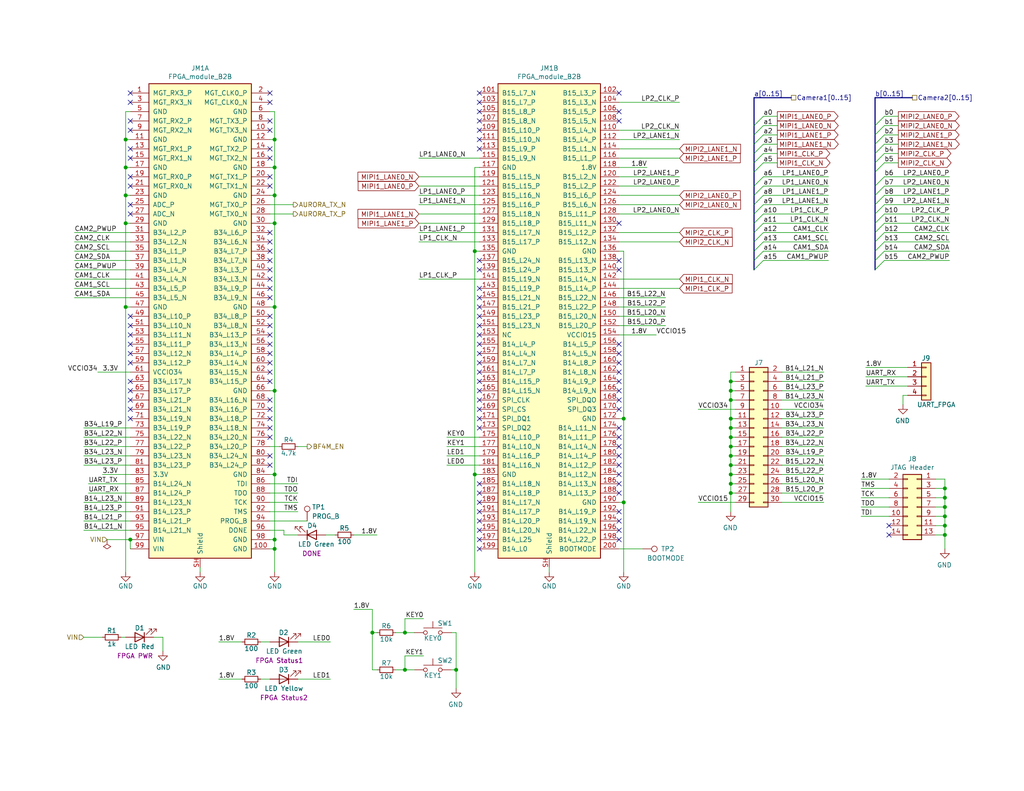
<source format=kicad_sch>
(kicad_sch (version 20211123) (generator eeschema)
  (paper "USLetter")
  (title_block (title "FPGA B2B connectors") (date "2021-05-13") (rev "1.0"))
  (junction (at 199.39 104.14))
  (junction (at 199.39 116.84))
  (junction (at 199.39 106.68))
  (junction (at 199.39 124.46))
  (junction (at 74.93 129.54))
  (junction (at 74.93 60.96))
  (junction (at 101.6 172.72))
  (junction (at 257.81 133.35))
  (junction (at 129.54 129.54))
  (junction (at 199.39 119.38))
  (junction (at 74.93 149.86))
  (junction (at 74.93 83.82))
  (junction (at 199.39 134.62))
  (junction (at 170.18 137.16))
  (junction (at 110.49 172.72))
  (junction (at 170.18 114.3))
  (junction (at 34.29 38.1))
  (junction (at 199.39 114.3))
  (junction (at 74.93 147.32))
  (junction (at 129.54 68.58))
  (junction (at 74.93 53.34))
  (junction (at 199.39 132.08))
  (junction (at 199.39 109.22))
  (junction (at 34.29 45.72))
  (junction (at 257.81 143.51))
  (junction (at 199.39 121.92))
  (junction (at 74.93 45.72))
  (junction (at 74.93 106.68))
  (junction (at 34.29 60.96))
  (junction (at 74.93 38.1))
  (junction (at 124.46 182.88))
  (junction (at 34.29 83.82))
  (junction (at 35.56 147.32))
  (junction (at 257.81 146.05))
  (junction (at 34.29 53.34))
  (junction (at 199.39 129.54))
  (junction (at 110.49 182.88))
  (junction (at 257.81 138.43))
  (junction (at 257.81 135.89))
  (junction (at 257.81 140.97))
  (junction (at 199.39 127))
  (no_connect (at 168.91 124.46))
  (no_connect (at 73.66 93.98))
  (no_connect (at 35.56 43.18))
  (no_connect (at 35.56 86.36))
  (no_connect (at 168.91 139.7))
  (no_connect (at 130.81 38.1))
  (no_connect (at 130.81 101.6))
  (no_connect (at 130.81 139.7))
  (no_connect (at 35.56 106.68))
  (no_connect (at 35.56 35.56))
  (no_connect (at 168.91 129.54))
  (no_connect (at 130.81 99.06))
  (no_connect (at 73.66 25.4))
  (no_connect (at 168.91 73.66))
  (no_connect (at 73.66 33.02))
  (no_connect (at 168.91 109.22))
  (no_connect (at 73.66 111.76))
  (no_connect (at 73.66 101.6))
  (no_connect (at 73.66 81.28))
  (no_connect (at 168.91 127))
  (no_connect (at 130.81 83.82))
  (no_connect (at 168.91 71.12))
  (no_connect (at 168.91 106.68))
  (no_connect (at 35.56 91.44))
  (no_connect (at 73.66 78.74))
  (no_connect (at 73.66 48.26))
  (no_connect (at 35.56 109.22))
  (no_connect (at 130.81 109.22))
  (no_connect (at 242.57 146.05))
  (no_connect (at 35.56 93.98))
  (no_connect (at 35.56 50.8))
  (no_connect (at 73.66 109.22))
  (no_connect (at 130.81 86.36))
  (no_connect (at 168.91 25.4))
  (no_connect (at 168.91 116.84))
  (no_connect (at 73.66 35.56))
  (no_connect (at 35.56 96.52))
  (no_connect (at 35.56 27.94))
  (no_connect (at 130.81 106.68))
  (no_connect (at 73.66 73.66))
  (no_connect (at 130.81 27.94))
  (no_connect (at 73.66 88.9))
  (no_connect (at 168.91 147.32))
  (no_connect (at 73.66 114.3))
  (no_connect (at 130.81 25.4))
  (no_connect (at 130.81 71.12))
  (no_connect (at 130.81 149.86))
  (no_connect (at 130.81 132.08))
  (no_connect (at 242.57 143.51))
  (no_connect (at 130.81 30.48))
  (no_connect (at 73.66 124.46))
  (no_connect (at 35.56 48.26))
  (no_connect (at 130.81 134.62))
  (no_connect (at 168.91 96.52))
  (no_connect (at 168.91 119.38))
  (no_connect (at 35.56 25.4))
  (no_connect (at 35.56 104.14))
  (no_connect (at 168.91 144.78))
  (no_connect (at 35.56 114.3))
  (no_connect (at 168.91 93.98))
  (no_connect (at 73.66 91.44))
  (no_connect (at 73.66 50.8))
  (no_connect (at 168.91 134.62))
  (no_connect (at 130.81 88.9))
  (no_connect (at 130.81 111.76))
  (no_connect (at 73.66 66.04))
  (no_connect (at 130.81 78.74))
  (no_connect (at 73.66 96.52))
  (no_connect (at 168.91 33.02))
  (no_connect (at 35.56 111.76))
  (no_connect (at 130.81 116.84))
  (no_connect (at 168.91 121.92))
  (no_connect (at 73.66 86.36))
  (no_connect (at 168.91 101.6))
  (no_connect (at 35.56 88.9))
  (no_connect (at 168.91 142.24))
  (no_connect (at 130.81 73.66))
  (no_connect (at 168.91 60.96))
  (no_connect (at 130.81 35.56))
  (no_connect (at 73.66 116.84))
  (no_connect (at 130.81 114.3))
  (no_connect (at 130.81 91.44))
  (no_connect (at 73.66 71.12))
  (no_connect (at 35.56 58.42))
  (no_connect (at 130.81 33.02))
  (no_connect (at 73.66 99.06))
  (no_connect (at 35.56 33.02))
  (no_connect (at 130.81 96.52))
  (no_connect (at 35.56 40.64))
  (no_connect (at 130.81 142.24))
  (no_connect (at 130.81 144.78))
  (no_connect (at 168.91 104.14))
  (no_connect (at 130.81 104.14))
  (no_connect (at 73.66 43.18))
  (no_connect (at 168.91 111.76))
  (no_connect (at 73.66 40.64))
  (no_connect (at 73.66 104.14))
  (no_connect (at 73.66 27.94))
  (no_connect (at 168.91 99.06))
  (no_connect (at 73.66 63.5))
  (no_connect (at 130.81 40.64))
  (no_connect (at 73.66 68.58))
  (no_connect (at 35.56 99.06))
  (no_connect (at 130.81 93.98))
  (no_connect (at 35.56 55.88))
  (no_connect (at 73.66 119.38))
  (no_connect (at 73.66 76.2))
  (no_connect (at 168.91 132.08))
  (no_connect (at 168.91 30.48))
  (no_connect (at 130.81 137.16))
  (no_connect (at 73.66 127))
  (no_connect (at 130.81 81.28))
  (no_connect (at 130.81 147.32))
  (bus_entry (at 208.28 55.88) (size -2.54 2.54))
  (bus_entry (at 241.3 34.29) (size -2.54 2.54))
  (bus_entry (at 208.28 60.96) (size -2.54 2.54))
  (bus_entry (at 241.3 58.42) (size -2.54 2.54))
  (bus_entry (at 241.3 48.26) (size -2.54 2.54))
  (bus_entry (at 208.28 50.8) (size -2.54 2.54))
  (bus_entry (at 208.28 48.26) (size -2.54 2.54))
  (bus_entry (at 208.28 68.58) (size -2.54 2.54))
  (bus_entry (at 241.3 41.91) (size -2.54 2.54))
  (bus_entry (at 241.3 71.12) (size -2.54 2.54))
  (bus_entry (at 208.28 34.29) (size -2.54 2.54))
  (bus_entry (at 241.3 39.37) (size -2.54 2.54))
  (bus_entry (at 208.28 66.04) (size -2.54 2.54))
  (bus_entry (at 241.3 63.5) (size -2.54 2.54))
  (bus_entry (at 241.3 44.45) (size -2.54 2.54))
  (bus_entry (at 208.28 41.91) (size -2.54 2.54))
  (bus_entry (at 208.28 53.34) (size -2.54 2.54))
  (bus_entry (at 241.3 55.88) (size -2.54 2.54))
  (bus_entry (at 241.3 66.04) (size -2.54 2.54))
  (bus_entry (at 208.28 36.83) (size -2.54 2.54))
  (bus_entry (at 241.3 50.8) (size -2.54 2.54))
  (bus_entry (at 208.28 63.5) (size -2.54 2.54))
  (bus_entry (at 208.28 44.45) (size -2.54 2.54))
  (bus_entry (at 241.3 68.58) (size -2.54 2.54))
  (bus_entry (at 241.3 53.34) (size -2.54 2.54))
  (bus_entry (at 208.28 31.75) (size -2.54 2.54))
  (bus_entry (at 241.3 36.83) (size -2.54 2.54))
  (bus_entry (at 241.3 31.75) (size -2.54 2.54))
  (bus_entry (at 208.28 71.12) (size -2.54 2.54))
  (bus_entry (at 208.28 58.42) (size -2.54 2.54))
  (bus_entry (at 208.28 39.37) (size -2.54 2.54))
  (bus_entry (at 241.3 60.96) (size -2.54 2.54))
  (wire (pts (xy 35.56 66.04) (xy 20.32 66.04)))
  (wire (pts (xy 114.3 50.8) (xy 130.81 50.8)))
  (wire (pts (xy 170.18 137.16) (xy 170.18 156.21)))
  (wire (pts (xy 255.27 133.35) (xy 257.81 133.35)))
  (wire (pts (xy 34.29 60.96) (xy 34.29 53.34)))
  (wire (pts (xy 129.54 68.58) (xy 130.81 68.58)))
  (wire (pts (xy 22.86 144.78) (xy 35.56 144.78)))
  (wire (pts (xy 22.86 142.24) (xy 35.56 142.24)))
  (wire (pts (xy 130.81 76.2) (xy 114.3 76.2)))
  (wire (pts (xy 59.69 185.42) (xy 66.04 185.42)))
  (wire (pts (xy 190.5 111.76) (xy 200.66 111.76)))
  (bus (pts (xy 205.74 39.37) (xy 205.74 41.91)))
  (wire (pts (xy 241.3 34.29) (xy 245.11 34.29)))
  (wire (pts (xy 73.66 134.62) (xy 81.28 134.62)))
  (wire (pts (xy 257.81 146.05) (xy 257.81 143.51)))
  (bus (pts (xy 205.74 55.88) (xy 205.74 58.42)))
  (wire (pts (xy 101.6 172.72) (xy 101.6 182.88)))
  (wire (pts (xy 170.18 68.58) (xy 170.18 114.3)))
  (wire (pts (xy 208.28 41.91) (xy 212.09 41.91)))
  (bus (pts (xy 238.76 53.34) (xy 238.76 55.88)))
  (wire (pts (xy 88.9 146.05) (xy 91.44 146.05)))
  (wire (pts (xy 234.95 140.97) (xy 242.57 140.97)))
  (wire (pts (xy 73.66 142.24) (xy 83.82 142.24)))
  (bus (pts (xy 238.76 46.99) (xy 238.76 50.8)))
  (wire (pts (xy 241.3 53.34) (xy 259.08 53.34)))
  (wire (pts (xy 107.95 172.72) (xy 110.49 172.72)))
  (wire (pts (xy 234.95 130.81) (xy 242.57 130.81)))
  (wire (pts (xy 34.29 30.48) (xy 35.56 30.48)))
  (wire (pts (xy 208.28 39.37) (xy 212.09 39.37)))
  (bus (pts (xy 205.74 66.04) (xy 205.74 68.58)))
  (wire (pts (xy 168.91 45.72) (xy 176.53 45.72)))
  (wire (pts (xy 224.79 134.62) (xy 213.36 134.62)))
  (wire (pts (xy 110.49 172.72) (xy 113.03 172.72)))
  (wire (pts (xy 110.49 182.88) (xy 113.03 182.88)))
  (wire (pts (xy 107.95 182.88) (xy 110.49 182.88)))
  (wire (pts (xy 81.28 185.42) (xy 90.17 185.42)))
  (wire (pts (xy 212.09 31.75) (xy 208.28 31.75)))
  (wire (pts (xy 168.91 114.3) (xy 170.18 114.3)))
  (wire (pts (xy 224.79 132.08) (xy 213.36 132.08)))
  (bus (pts (xy 238.76 44.45) (xy 238.76 46.99)))
  (wire (pts (xy 257.81 149.86) (xy 257.81 146.05)))
  (wire (pts (xy 129.54 45.72) (xy 129.54 68.58)))
  (wire (pts (xy 257.81 135.89) (xy 257.81 133.35)))
  (wire (pts (xy 110.49 179.07) (xy 110.49 182.88)))
  (wire (pts (xy 73.66 132.08) (xy 81.28 132.08)))
  (wire (pts (xy 114.3 48.26) (xy 130.81 48.26)))
  (wire (pts (xy 74.93 38.1) (xy 74.93 30.48)))
  (wire (pts (xy 29.21 147.32) (xy 35.56 147.32)))
  (wire (pts (xy 199.39 132.08) (xy 199.39 129.54)))
  (wire (pts (xy 208.28 71.12) (xy 226.06 71.12)))
  (wire (pts (xy 200.66 114.3) (xy 199.39 114.3)))
  (wire (pts (xy 101.6 166.37) (xy 101.6 172.72)))
  (wire (pts (xy 168.91 55.88) (xy 185.42 55.88)))
  (wire (pts (xy 224.79 111.76) (xy 213.36 111.76)))
  (wire (pts (xy 247.65 100.33) (xy 236.22 100.33)))
  (wire (pts (xy 199.39 127) (xy 199.39 129.54)))
  (wire (pts (xy 241.3 44.45) (xy 245.11 44.45)))
  (wire (pts (xy 255.27 138.43) (xy 257.81 138.43)))
  (wire (pts (xy 101.6 172.72) (xy 102.87 172.72)))
  (wire (pts (xy 241.3 60.96) (xy 259.08 60.96)))
  (wire (pts (xy 101.6 182.88) (xy 102.87 182.88)))
  (wire (pts (xy 168.91 50.8) (xy 185.42 50.8)))
  (wire (pts (xy 76.2 121.92) (xy 73.66 121.92)))
  (wire (pts (xy 199.39 109.22) (xy 199.39 106.68)))
  (wire (pts (xy 59.69 175.26) (xy 66.04 175.26)))
  (wire (pts (xy 74.93 30.48) (xy 73.66 30.48)))
  (wire (pts (xy 74.93 147.32) (xy 74.93 129.54)))
  (wire (pts (xy 81.28 175.26) (xy 90.17 175.26)))
  (wire (pts (xy 208.28 50.8) (xy 226.06 50.8)))
  (wire (pts (xy 224.79 127) (xy 213.36 127)))
  (wire (pts (xy 121.92 124.46) (xy 130.81 124.46)))
  (wire (pts (xy 208.28 66.04) (xy 226.06 66.04)))
  (wire (pts (xy 115.57 179.07) (xy 110.49 179.07)))
  (wire (pts (xy 129.54 129.54) (xy 129.54 156.21)))
  (wire (pts (xy 35.56 68.58) (xy 20.32 68.58)))
  (wire (pts (xy 168.91 66.04) (xy 185.42 66.04)))
  (wire (pts (xy 168.91 68.58) (xy 170.18 68.58)))
  (wire (pts (xy 27.94 129.54) (xy 35.56 129.54)))
  (wire (pts (xy 24.13 132.08) (xy 35.56 132.08)))
  (wire (pts (xy 34.29 53.34) (xy 34.29 45.72)))
  (bus (pts (xy 205.74 46.99) (xy 205.74 50.8)))
  (wire (pts (xy 129.54 129.54) (xy 129.54 68.58)))
  (wire (pts (xy 224.79 109.22) (xy 213.36 109.22)))
  (wire (pts (xy 199.39 134.62) (xy 199.39 139.7)))
  (wire (pts (xy 168.91 35.56) (xy 185.42 35.56)))
  (bus (pts (xy 205.74 26.67) (xy 205.74 34.29)))
  (wire (pts (xy 241.3 41.91) (xy 245.11 41.91)))
  (wire (pts (xy 34.29 45.72) (xy 34.29 38.1)))
  (wire (pts (xy 34.29 38.1) (xy 35.56 38.1)))
  (wire (pts (xy 181.61 86.36) (xy 168.91 86.36)))
  (wire (pts (xy 22.86 127) (xy 35.56 127)))
  (wire (pts (xy 241.3 58.42) (xy 259.08 58.42)))
  (wire (pts (xy 185.42 27.94) (xy 168.91 27.94)))
  (wire (pts (xy 74.93 147.32) (xy 73.66 147.32)))
  (wire (pts (xy 241.3 39.37) (xy 245.11 39.37)))
  (wire (pts (xy 200.66 132.08) (xy 199.39 132.08)))
  (wire (pts (xy 149.86 156.21) (xy 149.86 154.94)))
  (wire (pts (xy 168.91 137.16) (xy 170.18 137.16)))
  (wire (pts (xy 241.3 66.04) (xy 259.08 66.04)))
  (wire (pts (xy 246.38 107.95) (xy 247.65 107.95)))
  (wire (pts (xy 257.81 140.97) (xy 257.81 138.43)))
  (bus (pts (xy 205.74 44.45) (xy 205.74 46.99)))
  (wire (pts (xy 168.91 63.5) (xy 185.42 63.5)))
  (wire (pts (xy 114.3 55.88) (xy 130.81 55.88)))
  (bus (pts (xy 238.76 34.29) (xy 238.76 36.83)))
  (wire (pts (xy 124.46 182.88) (xy 124.46 172.72)))
  (wire (pts (xy 208.28 58.42) (xy 226.06 58.42)))
  (wire (pts (xy 168.91 149.86) (xy 175.26 149.86)))
  (wire (pts (xy 257.81 133.35) (xy 257.81 130.81)))
  (wire (pts (xy 35.56 149.86) (xy 35.56 147.32)))
  (bus (pts (xy 238.76 55.88) (xy 238.76 58.42)))
  (wire (pts (xy 22.86 139.7) (xy 35.56 139.7)))
  (bus (pts (xy 238.76 36.83) (xy 238.76 39.37)))
  (wire (pts (xy 208.28 48.26) (xy 226.06 48.26)))
  (wire (pts (xy 234.95 133.35) (xy 242.57 133.35)))
  (wire (pts (xy 44.45 177.8) (xy 44.45 173.99)))
  (wire (pts (xy 199.39 116.84) (xy 199.39 114.3)))
  (wire (pts (xy 20.32 76.2) (xy 35.56 76.2)))
  (wire (pts (xy 34.29 53.34) (xy 35.56 53.34)))
  (wire (pts (xy 74.93 83.82) (xy 73.66 83.82)))
  (wire (pts (xy 124.46 187.96) (xy 124.46 182.88)))
  (wire (pts (xy 114.3 43.18) (xy 130.81 43.18)))
  (wire (pts (xy 200.66 127) (xy 199.39 127)))
  (wire (pts (xy 168.91 91.44) (xy 179.07 91.44)))
  (wire (pts (xy 73.66 55.88) (xy 80.01 55.88)))
  (wire (pts (xy 74.93 53.34) (xy 73.66 53.34)))
  (bus (pts (xy 205.74 71.12) (xy 205.74 73.66)))
  (wire (pts (xy 224.79 121.92) (xy 213.36 121.92)))
  (wire (pts (xy 73.66 144.78) (xy 77.47 144.78)))
  (wire (pts (xy 22.86 124.46) (xy 35.56 124.46)))
  (wire (pts (xy 123.19 172.72) (xy 124.46 172.72)))
  (wire (pts (xy 73.66 137.16) (xy 81.28 137.16)))
  (wire (pts (xy 181.61 88.9) (xy 168.91 88.9)))
  (wire (pts (xy 168.91 40.64) (xy 185.42 40.64)))
  (bus (pts (xy 205.74 41.91) (xy 205.74 44.45)))
  (wire (pts (xy 255.27 143.51) (xy 257.81 143.51)))
  (wire (pts (xy 241.3 55.88) (xy 259.08 55.88)))
  (wire (pts (xy 200.66 121.92) (xy 199.39 121.92)))
  (wire (pts (xy 199.39 109.22) (xy 199.39 114.3)))
  (wire (pts (xy 96.52 166.37) (xy 101.6 166.37)))
  (wire (pts (xy 35.56 134.62) (xy 24.13 134.62)))
  (wire (pts (xy 73.66 149.86) (xy 74.93 149.86)))
  (wire (pts (xy 257.81 130.81) (xy 255.27 130.81)))
  (bus (pts (xy 205.74 34.29) (xy 205.74 36.83)))
  (wire (pts (xy 74.93 45.72) (xy 74.93 38.1)))
  (wire (pts (xy 74.93 38.1) (xy 73.66 38.1)))
  (wire (pts (xy 129.54 129.54) (xy 130.81 129.54)))
  (wire (pts (xy 35.56 71.12) (xy 20.32 71.12)))
  (wire (pts (xy 199.39 106.68) (xy 199.39 104.14)))
  (wire (pts (xy 224.79 129.54) (xy 213.36 129.54)))
  (wire (pts (xy 241.3 36.83) (xy 245.11 36.83)))
  (wire (pts (xy 199.39 104.14) (xy 199.39 101.6)))
  (wire (pts (xy 241.3 50.8) (xy 259.08 50.8)))
  (wire (pts (xy 208.28 44.45) (xy 212.09 44.45)))
  (wire (pts (xy 74.93 60.96) (xy 73.66 60.96)))
  (wire (pts (xy 34.29 173.99) (xy 33.02 173.99)))
  (wire (pts (xy 224.79 116.84) (xy 213.36 116.84)))
  (wire (pts (xy 20.32 78.74) (xy 35.56 78.74)))
  (wire (pts (xy 114.3 53.34) (xy 130.81 53.34)))
  (wire (pts (xy 236.22 102.87) (xy 247.65 102.87)))
  (wire (pts (xy 73.66 139.7) (xy 81.28 139.7)))
  (wire (pts (xy 200.66 106.68) (xy 199.39 106.68)))
  (wire (pts (xy 110.49 168.91) (xy 110.49 172.72)))
  (wire (pts (xy 71.12 185.42) (xy 73.66 185.42)))
  (wire (pts (xy 121.92 127) (xy 130.81 127)))
  (wire (pts (xy 129.54 45.72) (xy 130.81 45.72)))
  (wire (pts (xy 74.93 129.54) (xy 74.93 106.68)))
  (wire (pts (xy 200.66 134.62) (xy 199.39 134.62)))
  (wire (pts (xy 200.66 116.84) (xy 199.39 116.84)))
  (wire (pts (xy 130.81 121.92) (xy 121.92 121.92)))
  (wire (pts (xy 199.39 124.46) (xy 199.39 121.92)))
  (wire (pts (xy 224.79 119.38) (xy 213.36 119.38)))
  (wire (pts (xy 20.32 81.28) (xy 35.56 81.28)))
  (bus (pts (xy 238.76 58.42) (xy 238.76 60.96)))
  (bus (pts (xy 205.74 36.83) (xy 205.74 39.37)))
  (wire (pts (xy 74.93 106.68) (xy 74.93 83.82)))
  (wire (pts (xy 255.27 135.89) (xy 257.81 135.89)))
  (wire (pts (xy 170.18 114.3) (xy 170.18 137.16)))
  (wire (pts (xy 71.12 175.26) (xy 73.66 175.26)))
  (wire (pts (xy 35.56 63.5) (xy 20.32 63.5)))
  (wire (pts (xy 199.39 101.6) (xy 200.66 101.6)))
  (bus (pts (xy 238.76 26.67) (xy 238.76 34.29)))
  (wire (pts (xy 34.29 83.82) (xy 34.29 60.96)))
  (wire (pts (xy 257.81 143.51) (xy 257.81 140.97)))
  (wire (pts (xy 241.3 31.75) (xy 245.11 31.75)))
  (wire (pts (xy 168.91 43.18) (xy 185.42 43.18)))
  (wire (pts (xy 73.66 58.42) (xy 80.01 58.42)))
  (bus (pts (xy 205.74 60.96) (xy 205.74 63.5)))
  (wire (pts (xy 114.3 66.04) (xy 130.81 66.04)))
  (bus (pts (xy 205.74 50.8) (xy 205.74 53.34)))
  (bus (pts (xy 238.76 66.04) (xy 238.76 68.58)))
  (bus (pts (xy 238.76 71.12) (xy 238.76 73.66)))
  (bus (pts (xy 238.76 50.8) (xy 238.76 53.34)))
  (wire (pts (xy 208.28 53.34) (xy 226.06 53.34)))
  (wire (pts (xy 22.86 173.99) (xy 27.94 173.99)))
  (wire (pts (xy 224.79 106.68) (xy 213.36 106.68)))
  (wire (pts (xy 200.66 119.38) (xy 199.39 119.38)))
  (bus (pts (xy 238.76 60.96) (xy 238.76 63.5)))
  (wire (pts (xy 22.86 121.92) (xy 35.56 121.92)))
  (wire (pts (xy 74.93 156.21) (xy 74.93 149.86)))
  (wire (pts (xy 241.3 63.5) (xy 259.08 63.5)))
  (wire (pts (xy 34.29 60.96) (xy 35.56 60.96)))
  (wire (pts (xy 199.39 124.46) (xy 199.39 127)))
  (wire (pts (xy 246.38 110.49) (xy 246.38 107.95)))
  (wire (pts (xy 224.79 101.6) (xy 213.36 101.6)))
  (wire (pts (xy 73.66 106.68) (xy 74.93 106.68)))
  (wire (pts (xy 199.39 134.62) (xy 199.39 132.08)))
  (wire (pts (xy 199.39 121.92) (xy 199.39 119.38)))
  (wire (pts (xy 241.3 71.12) (xy 259.08 71.12)))
  (wire (pts (xy 224.79 114.3) (xy 213.36 114.3)))
  (wire (pts (xy 34.29 38.1) (xy 34.29 30.48)))
  (wire (pts (xy 115.57 168.91) (xy 110.49 168.91)))
  (wire (pts (xy 208.28 60.96) (xy 226.06 60.96)))
  (wire (pts (xy 114.3 60.96) (xy 130.81 60.96)))
  (wire (pts (xy 168.91 58.42) (xy 185.42 58.42)))
  (wire (pts (xy 168.91 38.1) (xy 185.42 38.1)))
  (wire (pts (xy 199.39 119.38) (xy 199.39 116.84)))
  (bus (pts (xy 205.74 53.34) (xy 205.74 55.88)))
  (wire (pts (xy 22.86 119.38) (xy 35.56 119.38)))
  (wire (pts (xy 74.93 83.82) (xy 74.93 60.96)))
  (wire (pts (xy 35.56 83.82) (xy 34.29 83.82)))
  (wire (pts (xy 208.28 36.83) (xy 212.09 36.83)))
  (wire (pts (xy 77.47 144.78) (xy 77.47 146.05)))
  (wire (pts (xy 208.28 63.5) (xy 226.06 63.5)))
  (wire (pts (xy 168.91 48.26) (xy 185.42 48.26)))
  (wire (pts (xy 74.93 149.86) (xy 74.93 147.32)))
  (wire (pts (xy 114.3 58.42) (xy 130.81 58.42)))
  (wire (pts (xy 234.95 135.89) (xy 242.57 135.89)))
  (wire (pts (xy 185.42 78.74) (xy 168.91 78.74)))
  (wire (pts (xy 123.19 182.88) (xy 124.46 182.88)))
  (wire (pts (xy 181.61 83.82) (xy 168.91 83.82)))
  (wire (pts (xy 200.66 124.46) (xy 199.39 124.46)))
  (wire (pts (xy 77.47 146.05) (xy 81.28 146.05)))
  (bus (pts (xy 238.76 41.91) (xy 238.76 44.45)))
  (wire (pts (xy 22.86 116.84) (xy 35.56 116.84)))
  (wire (pts (xy 74.93 129.54) (xy 73.66 129.54)))
  (bus (pts (xy 205.74 58.42) (xy 205.74 60.96)))
  (bus (pts (xy 205.74 68.58) (xy 205.74 71.12)))
  (bus (pts (xy 238.76 26.67) (xy 248.92 26.67)))
  (wire (pts (xy 74.93 53.34) (xy 74.93 45.72)))
  (wire (pts (xy 181.61 81.28) (xy 168.91 81.28)))
  (wire (pts (xy 208.28 68.58) (xy 226.06 68.58)))
  (bus (pts (xy 238.76 39.37) (xy 238.76 41.91)))
  (wire (pts (xy 257.81 138.43) (xy 257.81 135.89)))
  (wire (pts (xy 185.42 76.2) (xy 168.91 76.2)))
  (wire (pts (xy 255.27 140.97) (xy 257.81 140.97)))
  (wire (pts (xy 224.79 124.46) (xy 213.36 124.46)))
  (wire (pts (xy 208.28 55.88) (xy 226.06 55.88)))
  (wire (pts (xy 168.91 53.34) (xy 185.42 53.34)))
  (bus (pts (xy 205.74 63.5) (xy 205.74 66.04)))
  (wire (pts (xy 26.67 101.6) (xy 35.56 101.6)))
  (wire (pts (xy 130.81 119.38) (xy 121.92 119.38)))
  (wire (pts (xy 224.79 137.16) (xy 213.36 137.16)))
  (wire (pts (xy 224.79 104.14) (xy 213.36 104.14)))
  (wire (pts (xy 44.45 173.99) (xy 41.91 173.99)))
  (wire (pts (xy 22.86 137.16) (xy 35.56 137.16)))
  (wire (pts (xy 190.5 137.16) (xy 200.66 137.16)))
  (wire (pts (xy 241.3 48.26) (xy 259.08 48.26)))
  (wire (pts (xy 247.65 105.41) (xy 236.22 105.41)))
  (wire (pts (xy 200.66 109.22) (xy 199.39 109.22)))
  (wire (pts (xy 74.93 45.72) (xy 73.66 45.72)))
  (bus (pts (xy 205.74 26.67) (xy 215.9 26.67)))
  (wire (pts (xy 81.28 121.92) (xy 83.82 121.92)))
  (wire (pts (xy 102.87 146.05) (xy 96.52 146.05)))
  (wire (pts (xy 34.29 45.72) (xy 35.56 45.72)))
  (bus (pts (xy 238.76 63.5) (xy 238.76 66.04)))
  (wire (pts (xy 34.29 156.21) (xy 34.29 83.82)))
  (bus (pts (xy 238.76 68.58) (xy 238.76 71.12)))
  (wire (pts (xy 200.66 129.54) (xy 199.39 129.54)))
  (wire (pts (xy 74.93 60.96) (xy 74.93 53.34)))
  (wire (pts (xy 54.61 156.21) (xy 54.61 154.94)))
  (wire (pts (xy 20.32 73.66) (xy 35.56 73.66)))
  (wire (pts (xy 200.66 104.14) (xy 199.39 104.14)))
  (wire (pts (xy 208.28 34.29) (xy 212.09 34.29)))
  (wire (pts (xy 234.95 138.43) (xy 242.57 138.43)))
  (wire (pts (xy 241.3 68.58) (xy 259.08 68.58)))
  (wire (pts (xy 255.27 146.05) (xy 257.81 146.05)))
  (wire (pts (xy 114.3 63.5) (xy 130.81 63.5)))
  (label "a9" (at 208.28 55.88 0))
  (label "B14_L23_P" (at 22.86 139.7 0))
  (label "CAM2_PWUP" (at 20.32 63.5 0))
  (label "LP2_LANE1_N" (at 259.08 55.88 180))
  (label "LED0" (at 90.17 175.26 180))
  (label "LP1_CLK_P" (at 114.3 76.2 0))
  (label "LP1_CLK_N" (at 114.3 66.04 0))
  (label "CAM1_PWUP" (at 20.32 73.66 0))
  (label "a7" (at 208.28 50.8 0))
  (label "1.8V" (at 234.95 130.81 0))
  (label "b8" (at 241.3 53.34 0))
  (label "CAM2_CLK" (at 20.32 66.04 0))
  (label "b3" (at 241.3 39.37 0))
  (label "CAM2_SDA" (at 20.32 71.12 0))
  (label "b5" (at 241.3 44.45 0))
  (label "3.3V" (at 27.94 129.54 0))
  (label "B34_L23_P" (at 22.86 127 0))
  (label "a10" (at 208.28 58.42 0))
  (label "CAM2_SDA" (at 259.08 68.58 180))
  (label "a1" (at 208.28 34.29 0))
  (label "a14" (at 208.28 68.58 0))
  (label "TCK" (at 234.95 135.89 0))
  (label "a3" (at 208.28 39.37 0))
  (label "CAM2_PWUP" (at 259.08 71.12 180))
  (label "a0" (at 208.28 31.75 0))
  (label "CAM1_SDA" (at 226.06 68.58 180))
  (label "CAM2_CLK" (at 259.08 63.5 180))
  (label "B15_L22_P" (at 181.61 83.82 180))
  (label "LP2_CLK_P" (at 259.08 58.42 180))
  (label "b2" (at 241.3 36.83 0))
  (label "LED1" (at 90.17 185.42 180))
  (label "1.8V" (at 102.87 146.05 180))
  (label "KEY0" (at 121.92 119.38 0))
  (label "LP1_LANE0_P" (at 114.3 53.34 0))
  (label "a6" (at 208.28 48.26 0))
  (label "TDO" (at 81.28 134.62 180))
  (label "b1" (at 241.3 34.29 0))
  (label "LP2_LANE0_P" (at 185.42 50.8 180))
  (label "1.8V" (at 59.69 185.42 0))
  (label "B34_L23_P" (at 224.79 114.3 180))
  (label "a2" (at 208.28 36.83 0))
  (label "LP1_LANE0_P" (at 226.06 48.26 180))
  (label "a13" (at 208.28 66.04 0))
  (label "B15_L20_P" (at 181.61 88.9 180))
  (label "b11" (at 241.3 60.96 0))
  (label "B34_L23_N" (at 224.79 116.84 180))
  (label "a4" (at 208.28 41.91 0))
  (label "B34_L22_P" (at 224.79 119.38 180))
  (label "UART_TX" (at 24.13 132.08 0))
  (label "LP1_LANE1_N" (at 114.3 55.88 0))
  (label "B15_L22_P" (at 224.79 129.54 180))
  (label "a12" (at 208.28 63.5 0))
  (label "TMS" (at 234.95 133.35 0))
  (label "B15_L22_N" (at 224.79 127 180))
  (label "LP2_LANE1_P" (at 259.08 53.34 180))
  (label "LP1_CLK_N" (at 226.06 60.96 180))
  (label "3.3V" (at 27.94 101.6 0))
  (label "LP2_LANE0_P" (at 259.08 48.26 180))
  (label "CAM2_SCL" (at 259.08 66.04 180))
  (label "b14" (at 241.3 68.58 0))
  (label "B34_L19_P" (at 22.86 116.84 0))
  (label "B14_L23_N" (at 224.79 109.22 180))
  (label "KEY1" (at 115.57 179.07 180))
  (label "B14_L23_N" (at 22.86 137.16 0))
  (label "LP2_CLK_N" (at 185.42 35.56 180))
  (label "1.8V" (at 176.53 91.44 180))
  (label "LP2_CLK_N" (at 259.08 60.96 180))
  (label "B34_L22_P" (at 22.86 121.92 0))
  (label "VCCIO34" (at 26.67 101.6 180))
  (label "b10" (at 241.3 58.42 0))
  (label "KEY0" (at 115.57 168.91 180))
  (label "b4" (at 241.3 41.91 0))
  (label "VCCIO34" (at 224.79 111.76 180))
  (label "a11" (at 208.28 60.96 0))
  (label "LP1_LANE1_P" (at 226.06 53.34 180))
  (label "CAM1_PWUP" (at 226.06 71.12 180))
  (label "CAM2_SCL" (at 20.32 68.58 0))
  (label "B14_L21_N" (at 224.79 101.6 180))
  (label "b12" (at 241.3 63.5 0))
  (label "a15" (at 208.28 71.12 0))
  (label "B34_L22_N" (at 224.79 121.92 180))
  (label "CAM1_CLK" (at 20.32 76.2 0))
  (label "B34_L22_N" (at 22.86 119.38 0))
  (label "a8" (at 208.28 53.34 0))
  (label "B14_L21_N" (at 22.86 144.78 0))
  (label "b13" (at 241.3 66.04 0))
  (label "B14_L21_P" (at 22.86 142.24 0))
  (label "a5" (at 208.28 44.45 0))
  (label "TDI" (at 81.28 132.08 180))
  (label "LP2_CLK_P" (at 185.42 27.94 180))
  (label "b0" (at 241.3 31.75 0))
  (label "LP2_LANE0_N" (at 259.08 50.8 180))
  (label "LP1_LANE0_N" (at 114.3 43.18 0))
  (label "B15_L20_N" (at 181.61 86.36 180))
  (label "TCK" (at 81.28 137.16 180))
  (label "LED1" (at 121.92 124.46 0))
  (label "UART_RX" (at 236.22 102.87 0))
  (label "TMS" (at 81.28 139.7 180))
  (label "1.8V" (at 176.53 45.72 180))
  (label "UART_TX" (at 236.22 105.41 0))
  (label "LP2_LANE1_P" (at 185.42 48.26 180))
  (label "b6" (at 241.3 48.26 0))
  (label "1.8V" (at 59.69 175.26 0))
  (label "VCCIO15" (at 224.79 137.16 180))
  (label "TDO" (at 234.95 138.43 0))
  (label "B34_L23_N" (at 22.86 124.46 0))
  (label "CAM1_CLK" (at 226.06 63.5 180))
  (label "a[0..15]" (at 205.74 26.67 0))
  (label "LP2_LANE0_N" (at 185.42 58.42 180))
  (label "b9" (at 241.3 55.88 0))
  (label "LP2_LANE1_N" (at 185.42 38.1 180))
  (label "B34_L19_P" (at 224.79 124.46 180))
  (label "UART_RX" (at 24.13 134.62 0))
  (label "CAM1_SCL" (at 226.06 66.04 180))
  (label "CAM1_SCL" (at 20.32 78.74 0))
  (label "VCCIO15" (at 190.5 137.16 0))
  (label "VCCIO15" (at 179.07 91.44 0))
  (label "LED0" (at 121.92 127 0))
  (label "b15" (at 241.3 71.12 0))
  (label "VCCIO34" (at 190.5 111.76 0))
  (label "b7" (at 241.3 50.8 0))
  (label "LP1_CLK_P" (at 226.06 58.42 180))
  (label "LP1_LANE1_P" (at 114.3 63.5 0))
  (label "b[0..15]" (at 238.76 26.67 0))
  (label "B15_L20_P" (at 224.79 134.62 180))
  (label "TDI" (at 234.95 140.97 0))
  (label "B14_L23_P" (at 224.79 106.68 180))
  (label "1.8V" (at 96.52 166.37 0))
  (label "B14_L21_P" (at 224.79 104.14 180))
  (label "CAM1_SDA" (at 20.32 81.28 0))
  (label "LP1_LANE0_N" (at 226.06 50.8 180))
  (label "1.8V" (at 236.22 100.33 0))
  (label "B15_L20_N" (at 224.79 132.08 180))
  (label "B15_L22_N" (at 181.61 81.28 180))
  (label "LP1_LANE1_N" (at 226.06 55.88 180))
  (label "KEY1" (at 121.92 121.92 0))
  (global_label "MIPI1_CLK_P" (shape input) (at 185.42 78.74 0) (property "Intersheet References" "${INTERSHEET_REFS}" (effects hide)))
  (global_label "MIPI1_LANE0_N" (shape input) (at 114.3 48.26 180) (property "Intersheet References" "${INTERSHEET_REFS}" (effects hide)))
  (global_label "MIPI2_LANE0_P" (shape input) (at 185.42 53.34 0) (property "Intersheet References" "${INTERSHEET_REFS}" (effects hide)))
  (global_label "MIPI2_LANE0_P" (shape output) (at 245.11 31.75 0) (property "Intersheet References" "${INTERSHEET_REFS}" (effects hide)))
  (global_label "MIPI1_LANE0_N" (shape output) (at 212.09 34.29 0) (property "Intersheet References" "${INTERSHEET_REFS}" (effects hide)))
  (global_label "MIPI1_CLK_P" (shape output) (at 212.09 41.91 0) (property "Intersheet References" "${INTERSHEET_REFS}" (effects hide)))
  (global_label "MIPI2_CLK_P" (shape input) (at 185.42 63.5 0) (property "Intersheet References" "${INTERSHEET_REFS}" (effects hide)))
  (global_label "MIPI2_LANE0_N" (shape output) (at 245.11 34.29 0) (property "Intersheet References" "${INTERSHEET_REFS}" (effects hide)))
  (global_label "MIPI2_CLK_P" (shape output) (at 245.11 41.91 0) (property "Intersheet References" "${INTERSHEET_REFS}" (effects hide)))
  (global_label "MIPI2_LANE1_P" (shape output) (at 245.11 36.83 0) (property "Intersheet References" "${INTERSHEET_REFS}" (effects hide)))
  (global_label "MIPI2_LANE1_P" (shape input) (at 185.42 43.18 0) (property "Intersheet References" "${INTERSHEET_REFS}" (effects hide)))
  (global_label "MIPI2_LANE1_N" (shape input) (at 185.42 40.64 0) (property "Intersheet References" "${INTERSHEET_REFS}" (effects hide)))
  (global_label "MIPI1_CLK_N" (shape input) (at 185.42 76.2 0) (property "Intersheet References" "${INTERSHEET_REFS}" (effects hide)))
  (global_label "MIPI1_LANE1_P" (shape input) (at 114.3 60.96 180) (property "Intersheet References" "${INTERSHEET_REFS}" (effects hide)))
  (global_label "MIPI1_LANE0_P" (shape output) (at 212.09 31.75 0) (property "Intersheet References" "${INTERSHEET_REFS}" (effects hide)))
  (global_label "MIPI2_CLK_N" (shape input) (at 185.42 66.04 0) (property "Intersheet References" "${INTERSHEET_REFS}" (effects hide)))
  (global_label "MIPI1_LANE0_P" (shape input) (at 114.3 50.8 180) (property "Intersheet References" "${INTERSHEET_REFS}" (effects hide)))
  (global_label "MIPI1_CLK_N" (shape output) (at 212.09 44.45 0) (property "Intersheet References" "${INTERSHEET_REFS}" (effects hide)))
  (global_label "MIPI1_LANE1_N" (shape output) (at 212.09 39.37 0) (property "Intersheet References" "${INTERSHEET_REFS}" (effects hide)))
  (global_label "MIPI2_CLK_N" (shape output) (at 245.11 44.45 0) (property "Intersheet References" "${INTERSHEET_REFS}" (effects hide)))
  (global_label "MIPI1_LANE1_N" (shape input) (at 114.3 58.42 180) (property "Intersheet References" "${INTERSHEET_REFS}" (effects hide)))
  (global_label "MIPI2_LANE1_N" (shape output) (at 245.11 39.37 0) (property "Intersheet References" "${INTERSHEET_REFS}" (effects hide)))
  (global_label "MIPI1_LANE1_P" (shape output) (at 212.09 36.83 0) (property "Intersheet References" "${INTERSHEET_REFS}" (effects hide)))
  (global_label "MIPI2_LANE0_N" (shape input) (at 185.42 55.88 0) (property "Intersheet References" "${INTERSHEET_REFS}" (effects hide)))
  (hierarchical_label "VIN" (shape input) (at 29.21 147.32 180))
  (hierarchical_label "AURORA_TX_P" (shape output) (at 80.01 58.42 0))
  (hierarchical_label "BF4M_EN" (shape output) (at 83.82 121.92 0))
  (hierarchical_label "VIN" (shape input) (at 22.86 173.99 180))
  (hierarchical_label "AURORA_TX_N" (shape output) (at 80.01 55.88 0))
  (hierarchical_label "Camera2[0..15]" (shape passive) (at 248.92 26.67 0))
  (hierarchical_label "Camera1[0..15]" (shape passive) (at 215.9 26.67 0))
  (symbol (lib_id "Device:LED") (at 38.1 173.99 180) (unit 1)
    (property "Reference" "D1" (at 38.1 171.45 0))
    (property "Value" "LED Red" (at 38.1 176.53 0))
    (property "Footprint" "LED_SMD:LED_0603_1608Metric_Pad1.05x0.95mm_HandSolder" (effects hide))
    (property "Datasheet" "https://dammedia.osram.info/media/resource/hires/osram-dam-5354151/LS%20M67K_EN.pdf" (effects hide))
    (property "Description" "FPGA PWR" (at 36.83 179.07 0))
    (property "Vendor" "Digikey" (effects hide))
    (property "Vendor Part Number" "475-2510-1-ND" (effects hide))
    (property "URL" "https://www.digikey.com/en/products/detail/osram-opto-semiconductors-inc/LS-M67K-H2L1-1-Z/1227984" (effects hide))
    (property "Price" "$0.34" (effects hide))
  )
  (symbol (lib_id "Device:R_Small") (at 30.48 173.99 270) (unit 1)
    (property "Reference" "R1" (at 30.48 171.45 90) (effects (justify top)))
    (property "Value" "1k" (at 30.48 176.53 90) (effects (justify bottom)))
    (property "Footprint" "Resistor_SMD:R_0603_1608Metric_Pad0.98x0.95mm_HandSolder" (effects hide))
    (property "Vendor" "Digikey" (effects hide))
    (property "Vendor Part Number" "P1.00KHCT-ND" (effects hide))
    (property "URL" "https://www.digikey.com/en/products/detail/panasonic-electronic-components/ERJ-3EKF1001V/196032" (effects hide))
    (property "Price" "$0.1" (effects hide))
  )
  (symbol (lib_id "power:GND") (at 44.45 177.8 0) (unit 1)
    (property "Reference" "#PWR016" (effects hide))
    (property "Value" "GND" (at 44.577 182.1942 0))
  )
  (symbol (lib_id "power:PWR_FLAG") (at 29.21 147.32 180) (unit 1)
    (property "Reference" "#FLG05" (effects hide))
    (property "Value" "PWR_FLAG" (effects hide))
  )
  (symbol (lib_id "power:GND") (at 34.29 156.21 0) (mirror y) (unit 1)
    (property "Reference" "#PWR015" (effects hide))
    (property "Value" "GND" (at 34.29 160.02 0))
  )
  (symbol (lib_id "power:GND") (at 129.54 156.21 0) (mirror y) (unit 1)
    (property "Reference" "#PWR020" (effects hide))
    (property "Value" "GND" (at 129.54 160.02 0))
  )
  (symbol (lib_id "power:GND") (at 170.18 156.21 0) (mirror y) (unit 1)
    (property "Reference" "#PWR022" (effects hide))
    (property "Value" "GND" (at 170.18 160.02 0))
  )
  (symbol (lib_id "power:GND") (at 149.86 156.21 0) (mirror y) (unit 1)
    (property "Reference" "#PWR021" (effects hide))
    (property "Value" "GND" (at 149.86 160.02 0))
  )
  (symbol (lib_id "power:GND") (at 54.61 156.21 0) (mirror y) (unit 1)
    (property "Reference" "#PWR017" (effects hide))
    (property "Value" "GND" (at 54.61 160.02 0))
  )
  (symbol (lib_id "power:GND") (at 199.39 139.7 0) (mirror y) (unit 1)
    (property "Reference" "#PWR023" (effects hide))
    (property "Value" "GND" (at 199.263 144.0942 0))
  )
  (symbol (lib_id "Connector_Generic:Conn_02x15_Odd_Even") (at 205.74 119.38 0) (unit 1)
    (property "Reference" "J7" (at 207.01 99.06 0))
    (property "Value" "Conn_02x15_Odd_Even" (effects hide))
    (property "Footprint" "Connector_PinHeader_1.27mm:PinHeader_2x15_P1.27mm_Vertical_SMD" (effects hide))
  )
  (symbol (lib_id "Connector:TestPoint") (at 175.26 149.86 270) (unit 1)
    (property "Reference" "TP2" (at 180.34 149.86 90) (effects (justify left)))
    (property "Value" "BOOTMODE" (at 176.53 152.4 90) (effects (justify left)))
    (property "Footprint" "TestPoint:TestPoint_Loop_D2.50mm_Drill1.0mm" (effects hide))
  )
  (symbol (lib_id "Switch:SW_Push") (at 118.11 172.72 0) (unit 1)
    (property "Reference" "SW1" (at 119.38 170.18 0) (effects (justify left)))
    (property "Value" "KEY0" (at 118.11 174.244 0))
    (property "Footprint" "ProjectLib:SW_SPST_PTS636" (effects hide))
    (property "Datasheet" "https://www.ckswitches.com/media/2779/pts636.pdf" (effects hide))
    (property "Price" "$0.12" (effects hide))
    (property "URL" "https://www.digikey.com/en/products/detail/c-k/PTS636-SK43-SMTR-LFS/10071724" (effects hide))
    (property "Vendor" "Digikey" (effects hide))
    (property "Vendor Part Number" "CKN12311-1-ND" (effects hide))
  )
  (symbol (lib_id "Switch:SW_Push") (at 118.11 182.88 0) (unit 1)
    (property "Reference" "SW2" (at 119.38 180.34 0) (effects (justify left)))
    (property "Value" "KEY1" (at 118.11 184.404 0))
    (property "Footprint" "ProjectLib:SW_SPST_PTS636" (effects hide))
    (property "Datasheet" "https://www.ckswitches.com/media/2779/pts636.pdf" (effects hide))
    (property "Price" "$0.12" (effects hide))
    (property "URL" "https://www.digikey.com/en/products/detail/c-k/PTS636-SK43-SMTR-LFS/10071724" (effects hide))
    (property "Vendor" "Digikey" (effects hide))
    (property "Vendor Part Number" "CKN12311-1-ND" (effects hide))
  )
  (symbol (lib_id "Device:R_Small") (at 105.41 172.72 270) (unit 1)
    (property "Reference" "R6" (at 105.41 170.18 90) (effects (justify top)))
    (property "Value" "10k" (at 105.41 175.26 90) (effects (justify bottom)))
    (property "Footprint" "Resistor_SMD:R_0603_1608Metric_Pad0.98x0.95mm_HandSolder" (effects hide))
    (property "Vendor" "Digikey" (effects hide))
    (property "Price" "$0.1" (effects hide))
    (property "URL" "https://www.digikey.com/en/products/detail/panasonic-electronic-components/ERJ-3EKF1002V/196066" (effects hide))
    (property "Vendor Part Number" "P10.0KHCT-ND" (effects hide))
  )
  (symbol (lib_id "Device:R_Small") (at 105.41 182.88 270) (unit 1)
    (property "Reference" "R7" (at 105.41 180.34 90) (effects (justify top)))
    (property "Value" "10k" (at 105.41 185.42 90) (effects (justify bottom)))
    (property "Footprint" "Resistor_SMD:R_0603_1608Metric_Pad0.98x0.95mm_HandSolder" (effects hide))
    (property "Vendor" "Digikey" (effects hide))
    (property "Price" "$0.1" (effects hide))
    (property "URL" "https://www.digikey.com/en/products/detail/panasonic-electronic-components/ERJ-3EKF1002V/196066" (effects hide))
    (property "Vendor Part Number" "P10.0KHCT-ND" (effects hide))
  )
  (symbol (lib_id "power:GND") (at 124.46 187.96 0) (mirror y) (unit 1)
    (property "Reference" "#PWR019" (effects hide))
    (property "Value" "GND" (at 124.333 192.3542 0))
  )
  (symbol (lib_id "Connector:TestPoint") (at 83.82 142.24 0) (unit 1)
    (property "Reference" "TP1" (at 85.09 138.43 0) (effects (justify left)))
    (property "Value" "PROG_B" (at 85.09 140.97 0) (effects (justify left)))
    (property "Footprint" "TestPoint:TestPoint_Loop_D2.50mm_Drill1.0mm" (effects hide))
  )
  (symbol (lib_id "Device:R_Small") (at 93.98 146.05 270) (unit 1)
    (property "Reference" "R5" (at 93.98 143.51 90) (effects (justify top)))
    (property "Value" "100" (at 93.98 148.59 90) (effects (justify bottom)))
    (property "Footprint" "Resistor_SMD:R_0603_1608Metric_Pad0.98x0.95mm_HandSolder" (effects hide))
    (property "Vendor" "Digikey" (effects hide))
    (property "Vendor Part Number" "P100HCT-ND" (effects hide))
    (property "URL" "https://www.digikey.com/en/products/detail/panasonic-electronic-components/ERJ-3EKF1000V/196074" (effects hide))
    (property "Price" "$0.1" (effects hide))
  )
  (symbol (lib_id "Device:LED") (at 85.09 146.05 0) (mirror x) (unit 1)
    (property "Reference" "D4" (at 83.82 143.51 0) (effects (justify left)))
    (property "Value" "LED Green" (at 81.28 148.59 0) (effects (justify left)))
    (property "Footprint" "LED_SMD:LED_0603_1608Metric_Pad1.05x0.95mm_HandSolder" (effects hide))
    (property "Description" "DONE" (at 85.09 151.13 0))
    (property "Vendor" "Digikey" (effects hide))
    (property "Vendor Part Number" "475-1406-1-ND" (effects hide))
    (property "URL" "https://www.digikey.com/en/products/detail/osram-opto-semiconductors-inc/LG-M67K-G1J2-24-Z/1227921" (effects hide))
    (property "Price" "$0.37" (effects hide))
  )
  (symbol (lib_id "ProjectLib:FPGA_module_B2B") (at 35.56 25.4 0) (unit 1)
    (property "Reference" "JM1" (at 54.61 18.6182 0))
    (property "Value" "FPGA_module_B2B" (at 54.61 20.9296 0))
    (property "Footprint" "ProjectLib:FPGA_module_B2B" (effects hide))
    (property "Price" "$10.28" (effects hide))
    (property "URL" "https://www.digikey.com/en/products/detail/samtec-inc/LSHM-150-02-5-L-DV-A-S-K-TR/6561602" (effects hide))
    (property "Vendor" "Digikey" (effects hide))
    (property "Vendor Part Number" "SAM14147CT-ND" (effects hide))
  )
  (symbol (lib_id "power:GND") (at 74.93 156.21 0) (mirror y) (unit 1)
    (property "Reference" "#PWR018" (effects hide))
    (property "Value" "GND" (at 74.93 160.02 0))
  )
  (symbol (lib_id "Connector_Generic:Conn_02x07_Odd_Even") (at 250.19 138.43 0) (mirror y) (unit 1)
    (property "Reference" "J8" (at 248.92 125.2982 0))
    (property "Value" "JTAG Header" (at 248.92 127.6096 0))
    (property "Footprint" "ProjectLib:JTAG_Header" (effects hide))
    (property "Datasheet" "https://www.molex.com/pdm_docs/sd/878325623_sd.pdf" (effects hide))
    (property "Vendor" "Digikey" (effects hide))
    (property "Vendor Part Number" "WM6815CT-ND" (effects hide))
    (property "URL" "https://www.digikey.com/en/products/detail/molex/0878325623/3044883" (effects hide))
    (property "Price" "$1.56" (effects hide))
  )
  (symbol (lib_id "power:GND") (at 257.81 149.86 0) (mirror y) (unit 1)
    (property "Reference" "#PWR025" (effects hide))
    (property "Value" "GND" (at 257.683 154.2542 0))
  )
  (symbol (lib_id "ProjectLib:FPGA_module_B2B") (at 130.81 25.4 0) (unit 2)
    (property "Reference" "JM1" (at 149.86 18.6182 0))
    (property "Value" "FPGA_module_B2B" (at 149.86 20.9296 0))
    (property "Footprint" "ProjectLib:FPGA_module_B2B" (effects hide))
    (property "Price" "$10.28" (effects hide))
    (property "URL" "https://www.digikey.com/en/products/detail/samtec-inc/LSHM-150-02-5-L-DV-A-S-K-TR/6561602" (effects hide))
    (property "Vendor" "Digikey" (effects hide))
    (property "Vendor Part Number" "SAM14147CT-ND" (effects hide))
  )
  (symbol (lib_id "Device:R_Small") (at 68.58 175.26 270) (unit 1)
    (property "Reference" "R2" (at 68.58 172.72 90) (effects (justify top)))
    (property "Value" "100" (at 68.58 177.8 90) (effects (justify bottom)))
    (property "Footprint" "Resistor_SMD:R_0603_1608Metric_Pad0.98x0.95mm_HandSolder" (effects hide))
    (property "Vendor" "Digikey" (effects hide))
    (property "Vendor Part Number" "P100HCT-ND" (effects hide))
    (property "URL" "https://www.digikey.com/en/products/detail/panasonic-electronic-components/ERJ-3EKF1000V/196074" (effects hide))
    (property "Price" "$0.1" (effects hide))
  )
  (symbol (lib_id "Device:LED") (at 77.47 175.26 180) (unit 1)
    (property "Reference" "D2" (at 78.74 172.72 0) (effects (justify left)))
    (property "Value" "LED Green" (at 82.55 177.8 0) (effects (justify left)))
    (property "Footprint" "LED_SMD:LED_0603_1608Metric_Pad1.05x0.95mm_HandSolder" (effects hide))
    (property "Description" "FPGA Status1" (at 76.2 180.34 0))
    (property "Vendor" "Digikey" (effects hide))
    (property "Vendor Part Number" "475-1406-1-ND" (effects hide))
    (property "URL" "https://www.digikey.com/en/products/detail/osram-opto-semiconductors-inc/LG-M67K-G1J2-24-Z/1227921" (effects hide))
    (property "Price" "$0.37" (effects hide))
  )
  (symbol (lib_id "Device:R_Small") (at 68.58 185.42 270) (unit 1)
    (property "Reference" "R3" (at 68.58 182.88 90) (effects (justify top)))
    (property "Value" "100" (at 68.58 187.96 90) (effects (justify bottom)))
    (property "Footprint" "Resistor_SMD:R_0603_1608Metric_Pad0.98x0.95mm_HandSolder" (effects hide))
    (property "Vendor" "Digikey" (effects hide))
    (property "Vendor Part Number" "P100HCT-ND" (effects hide))
    (property "URL" "https://www.digikey.com/en/products/detail/panasonic-electronic-components/ERJ-3EKF1000V/196074" (effects hide))
    (property "Price" "$0.1" (effects hide))
  )
  (symbol (lib_id "Device:LED") (at 77.47 185.42 180) (unit 1)
    (property "Reference" "D3" (at 78.74 182.88 0) (effects (justify left)))
    (property "Value" "LED Yellow" (at 77.47 187.96 0))
    (property "Footprint" "LED_SMD:LED_0603_1608Metric_Pad1.05x0.95mm_HandSolder" (effects hide))
    (property "Description" "FPGA Status2" (at 77.47 190.5 0))
    (property "Vendor" "Digikey" (effects hide))
    (property "Vendor Part Number" "475-2555-1-ND" (effects hide))
    (property "URL" "https://www.digikey.com/en/products/detail/osram-opto-semiconductors-inc/LY-M67K-J1L2-26-Z/1228047" (effects hide))
    (property "Price" "$0.34" (effects hide))
  )
  (symbol (lib_id "Connector_Generic:Conn_01x04") (at 252.73 102.87 0) (unit 1)
    (property "Reference" "J9" (at 251.46 97.79 0) (effects (justify left)))
    (property "Value" "UART_FPGA" (at 250.19 110.49 0) (effects (justify left)))
    (property "Footprint" "Connector_PinHeader_2.54mm:PinHeader_1x04_P2.54mm_Vertical" (effects hide))
  )
  (symbol (lib_id "power:GND") (at 246.38 110.49 0) (mirror y) (unit 1)
    (property "Reference" "#PWR024" (effects hide))
    (property "Value" "GND" (at 246.253 114.8842 0))
  )
  (symbol (lib_id "Device:R_Small") (at 78.74 121.92 270) (unit 1)
    (property "Reference" "R4" (at 78.74 119.38 90) (effects (justify top)))
    (property "Value" "4.7k" (at 78.74 124.46 90) (effects (justify bottom)))
    (property "Footprint" "Resistor_SMD:R_0603_1608Metric_Pad0.98x0.95mm_HandSolder" (effects hide))
    (property "Vendor" "Digikey" (effects hide))
    (property "Vendor Part Number" "P4.7KBYCT-ND" (effects hide))
    (property "URL" "https://www.digikey.com/en/products/detail/panasonic-electronic-components/ERJ-PA3F4701V/5035929" (effects hide))
    (property "Price" "$0.15" (effects hide))
  )
)
</source>
